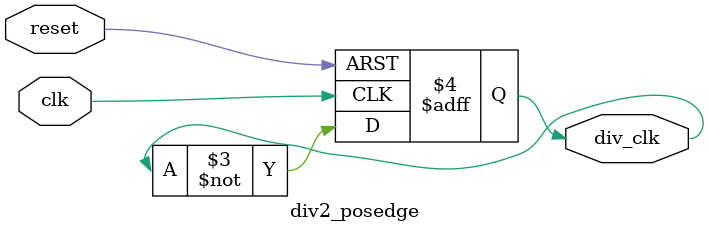
<source format=v>


/**
 * A clock by two divider which acts on positive clock and has a clocked ~reset
 *
 */

module div2_posedge(
	input reset,
	input clk,
	output reg div_clk);

always @(posedge clk or negedge reset) 
begin 
	if (~reset)
		div_clk <= 1'd1;
	else
		div_clk <= ~div_clk;
end
	
	
endmodule
</source>
